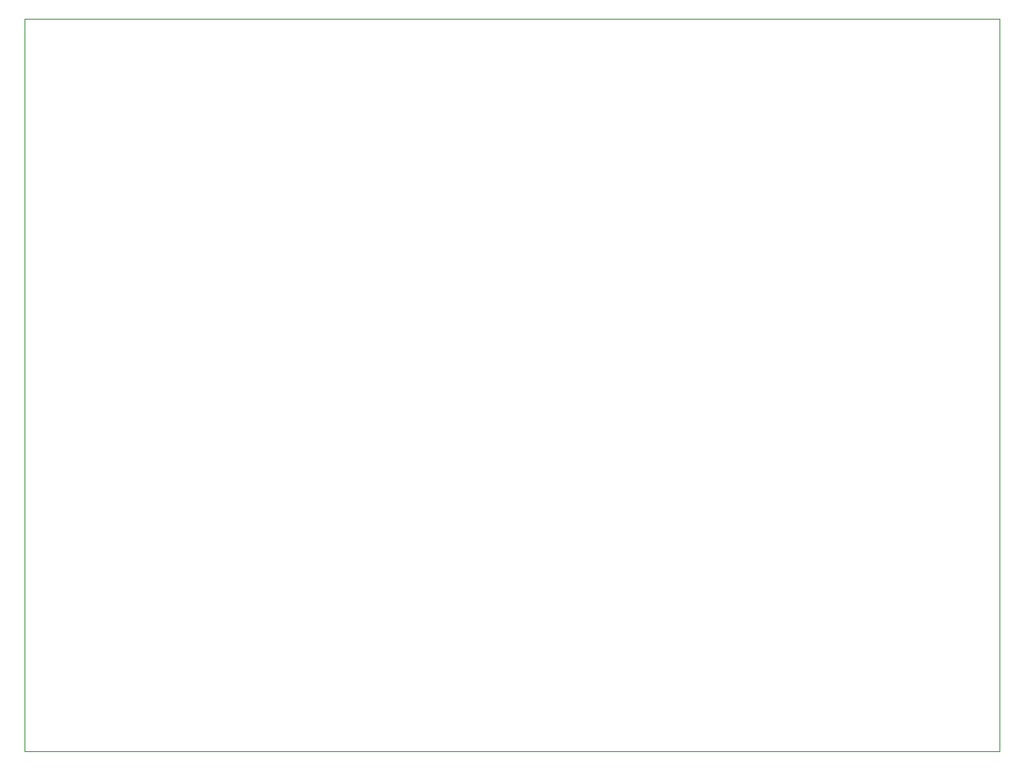
<source format=gbr>
%TF.GenerationSoftware,KiCad,Pcbnew,8.0.1*%
%TF.CreationDate,2024-04-13T17:17:53+05:30*%
%TF.ProjectId,piso,7069736f-2e6b-4696-9361-645f70636258,rev?*%
%TF.SameCoordinates,Original*%
%TF.FileFunction,Profile,NP*%
%FSLAX46Y46*%
G04 Gerber Fmt 4.6, Leading zero omitted, Abs format (unit mm)*
G04 Created by KiCad (PCBNEW 8.0.1) date 2024-04-13 17:17:53*
%MOMM*%
%LPD*%
G01*
G04 APERTURE LIST*
%TA.AperFunction,Profile*%
%ADD10C,0.050000*%
%TD*%
G04 APERTURE END LIST*
D10*
X92500000Y-88500000D02*
X193500000Y-88500000D01*
X193500000Y-164500000D01*
X92500000Y-164500000D01*
X92500000Y-88500000D01*
M02*

</source>
